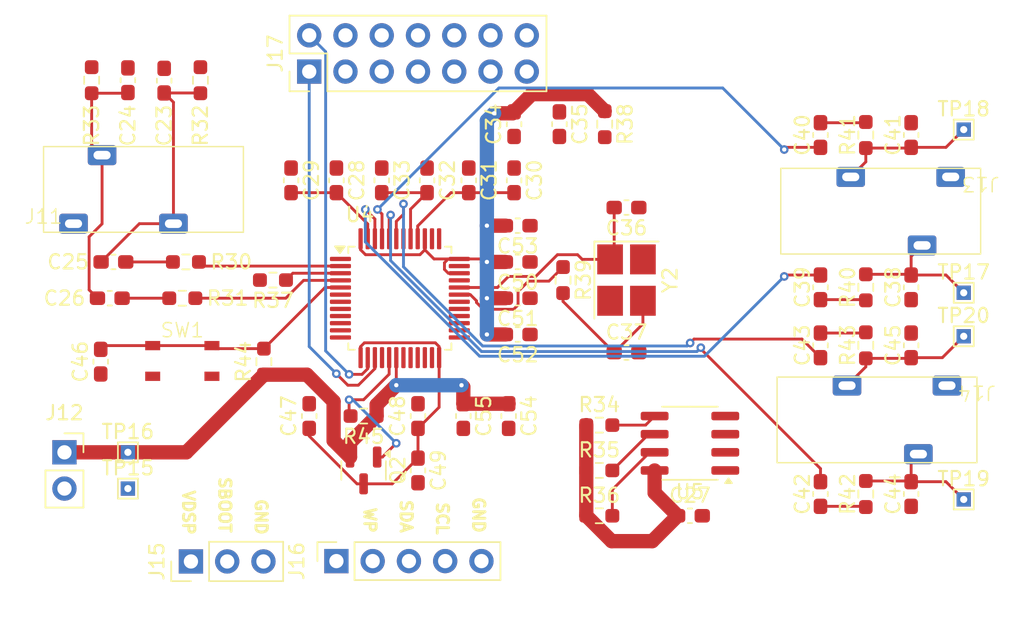
<source format=kicad_pcb>
(kicad_pcb (version 20241229) (generator "pcbnew") (generator_version "9.0")
  (layers (0 "F.Cu" signal) (2 "B.Cu" signal) (13 "F.Paste" user) (15 "B.Paste" user) (5 "F.SilkS" user "F.Silkscreen") (7 "B.SilkS" user "B.Silkscreen") (1 "F.Mask" user) (3 "B.Mask" user) (25 "Edge.Cuts" user))
  (net 0 "")
  (net 1 "GND")
  (net 2 "/DSP_IN_LEFT")
  (net 3 "/DSP_IN_RIGHT")
  (net 4 "/FILTA")
  (net 5 "/CM")
  (net 6 "/FILTD")
  (net 7 "/PLL_LF")
  (net 8 "+3.3V")
  (net 9 "/MCLKI")
  (net 10 "/OUT1_RIGHT")
  (net 11 "/VOUT0")
  (net 12 "/VOUT1")
  (net 13 "/OUT1_LEFT")
  (net 14 "/VOUT2")
  (net 15 "/VOUT3")
  (net 16 "/OUT2_RIGHT")
  (net 17 "/OUT2_LEFT")
  (net 18 "/DSP_RST")
  (net 19 "/DVDD")
  (net 20 "/SBOOT")
  (net 21 "/DSP_WP")
  (net 22 "/DSP_SCL")
  (net 23 "/DSP_SDA")
  (net 24 "/MP10")
  (net 25 "/MP11")
  (net 26 "/MP3")
  (net 27 "/MP9")
  (net 28 "/MP4")
  (net 29 "/MP5")
  (net 30 "/MP6")
  (net 31 "/MP0")
  (net 32 "/MP8")
  (net 33 "/MP1")
  (net 34 "/MP7")
  (net 35 "/MP2")
  (net 36 "/VDRIVE")
  (net 37 "/ADC0")
  (net 38 "/ADC1")
  (net 39 "/ADC_RES")
  (net 40 "/OSCO")
  (net 41 "Net-(C25-Pad1)")
  (net 42 "Net-(C26-Pad1)")
  (net 43 "V_DSP")
  (net 44 "Net-(C35-Pad1)")
  (net 45 "Net-(C37-Pad1)")
  (net 46 "Net-(C39-Pad1)")
  (net 47 "Net-(C40-Pad1)")
  (net 48 "Net-(C42-Pad1)")
  (net 49 "Net-(C43-Pad1)")
  (footprint "Resistor_SMD:R_0603_1608Metric_Pad0.98x0.95mm_HandSolder" (layer "F.Cu") (at 205.359 94.742 -90)
    (property "Reference" "R43")
    (property "Value" "560R")
  )
  (footprint "Resistor_SMD:R_0603_1608Metric_Pad0.98x0.95mm_HandSolder" (layer "F.Cu") (at 184.15 90.17 -90)
    (property "Reference" "R39")
    (property "Value" "100R")
  )
  (footprint "Capacitor_SMD:C_0603_1608Metric_Pad1.08x0.95mm_HandSolder" (layer "F.Cu") (at 180.34 99.695 -90)
    (property "Reference" "C54")
    (property "Value" "10uF")
  )
  (footprint "Capacitor_SMD:C_0603_1608Metric_Pad1.08x0.95mm_HandSolder" (layer "F.Cu") (at 188.595 95.25)
    (property "Reference" "C37")
    (property "Value" "22pF")
  )
  (footprint "Capacitor_SMD:C_0603_1608Metric_Pad1.08x0.95mm_HandSolder" (layer "F.Cu") (at 180.975 88.9 180)
    (property "Reference" "C50")
    (property "Value" "100nF")
  )
  (footprint "Resistor_SMD:R_0603_1608Metric_Pad0.98x0.95mm_HandSolder" (layer "F.Cu") (at 158.75 76.17 90)
    (property "Reference" "R32")
    (property "Value" "49.9k")
  )
  (footprint "Capacitor_SMD:C_0603_1608Metric_Pad1.08x0.95mm_HandSolder" (layer "F.Cu") (at 168.275 83.185 -90)
    (property "Reference" "C28")
    (property "Value" "100nF")
  )
  (footprint "TestPoint:TestPoint_THTPad_1.0x1.0mm_Drill0.5mm" (layer "F.Cu") (at 212.217 79.629)
    (property "Reference" "TP18")
    (property "Value" "O1_L")
  )
  (footprint "Resistor_SMD:R_0603_1608Metric_Pad0.98x0.95mm_HandSolder" (layer "F.Cu") (at 186.69 106.68)
    (property "Reference" "R36")
    (property "Value" "10k")
  )
  (footprint "Capacitor_SMD:C_0603_1608Metric_Pad1.08x0.95mm_HandSolder" (layer "F.Cu") (at 180.721 79.248 90)
    (property "Reference" "C34")
    (property "Value" "3.3nF")
  )
  (footprint "Resistor_SMD:R_0603_1608Metric_Pad0.98x0.95mm_HandSolder" (layer "F.Cu") (at 157.48 91.44 180)
    (property "Reference" "R31")
    (property "Value" "18K")
  )
  (footprint "Resistor_SMD:R_0603_1608Metric_Pad0.98x0.95mm_HandSolder" (layer "F.Cu") (at 186.69 103.505)
    (property "Reference" "R35")
    (property "Value" "10k")
  )
  (footprint "TestPoint:TestPoint_THTPad_1.0x1.0mm_Drill0.5mm" (layer "F.Cu") (at 212.217 105.537)
    (property "Reference" "TP19")
    (property "Value" "O2_R")
  )
  (footprint "Capacitor_SMD:C_0603_1608Metric_Pad1.08x0.95mm_HandSolder" (layer "F.Cu") (at 152.4 91.44 180)
    (property "Reference" "C26")
    (property "Value" "47uF")
  )
  (footprint "Capacitor_SMD:C_0603_1608Metric_Pad1.08x0.95mm_HandSolder" (layer "F.Cu") (at 183.896 79.248 -90)
    (property "Reference" "C35")
    (property "Value" "47nF")
  )
  (footprint "Connector_PinSocket_2.54mm:PinSocket_1x02_P2.54mm_Vertical" (layer "F.Cu") (at 149.225 102.235)
    (property "Reference" "J12")
    (property "Value" "VIN")
  )
  (footprint "TestPoint:TestPoint_THTPad_1.0x1.0mm_Drill0.5mm" (layer "F.Cu") (at 153.67 102.235)
    (property "Reference" "TP16")
    (property "Value" "3.3V")
  )
  (footprint "Capacitor_SMD:C_0603_1608Metric_Pad1.08x0.95mm_HandSolder" (layer "F.Cu") (at 180.975 91.44 180)
    (property "Reference" "C51")
    (property "Value" "100nF")
  )
  (footprint "Capacitor_SMD:C_0603_1608Metric_Pad1.08x0.95mm_HandSolder" (layer "F.Cu") (at 166.37 99.695 90)
    (property "Reference" "C47")
    (property "Value" "100nF")
  )
  (footprint "Capacitor_SMD:C_0603_1608Metric_Pad1.08x0.95mm_HandSolder" (layer "F.Cu") (at 202.184 80.01 -90)
    (property "Reference" "C40")
    (property "Value" "47uF")
  )
  (footprint "Package_QFP:LQFP-48_7x7mm_P0.5mm" (layer "F.Cu") (at 172.72 91.44)
    (property "Reference" "U4")
    (property "Value" "ADAU1701")
  )
  (footprint "TS3425BA:TS3425BA" (layer "F.Cu") (at 157.48 95.885)
    (property "Reference" "SW1")
    (property "Value" "DSP_RST")
  )
  (footprint "Resistor_SMD:R_0603_1608Metric_Pad0.98x0.95mm_HandSolder" (layer "F.Cu") (at 187.071 79.248 -90)
    (property "Reference" "R38")
    (property "Value" "470R")
  )
  (footprint "Package_TO_SOT_SMD:SOT-23" (layer "F.Cu") (at 170.18 103.505 -90)
    (property "Reference" "Q2")
    (property "Value" "BC807")
  )
  (footprint "Connector_PinSocket_2.54mm:PinSocket_1x05_P2.54mm_Vertical" (layer "F.Cu") (at 168.275 109.855 90)
    (property "Reference" "J16")
    (property "Value" "DSP_PROG")
  )
  (footprint "Capacitor_SMD:C_0603_1608Metric_Pad1.08x0.95mm_HandSolder" (layer "F.Cu") (at 208.534 80.01 90)
    (property "Reference" "C41")
    (property "Value" "5.6nF")
  )
  (footprint "Resistor_SMD:R_0603_1608Metric_Pad0.98x0.95mm_HandSolder" (layer "F.Cu") (at 186.69 100.33)
    (property "Reference" "R34")
    (property "Value" "10k")
  )
  (footprint "Capacitor_SMD:C_0603_1608Metric_Pad1.08x0.95mm_HandSolder" (layer "F.Cu") (at 173.99 99.695 90)
    (property "Reference" "C48")
    (property "Value" "100nF")
  )
  (footprint "Capacitor_SMD:C_0603_1608Metric_Pad1.08x0.95mm_HandSolder" (layer "F.Cu") (at 193.04 106.68)
    (property "Reference" "C27")
    (property "Value" "100nF")
  )
  (footprint "TestPoint:TestPoint_THTPad_1.0x1.0mm_Drill0.5mm" (layer "F.Cu") (at 153.67 104.775)
    (property "Reference" "TP15")
    (property "Value" "GND")
  )
  (footprint "Resistor_SMD:R_0603_1608Metric_Pad0.98x0.95mm_HandSolder" (layer "F.Cu") (at 170.18 99.695 180)
    (property "Reference" "R45")
    (property "Value" "1K")
  )
  (footprint "Capacitor_SMD:C_0603_1608Metric_Pad1.08x0.95mm_HandSolder" (layer "F.Cu") (at 202.184 90.678 90)
    (property "Reference" "C39")
    (property "Value" "47uF")
  )
  (footprint "XKB_PJ-3200:XKB_PJ-3200" (layer "F.Cu") (at 147.76 86.22)
    (property "Reference" "J11")
    (property "Value" "DSP IN")
  )
  (footprint "Capacitor_SMD:C_0603_1608Metric_Pad1.08x0.95mm_HandSolder" (layer "F.Cu") (at 208.534 105.156 -90)
    (property "Reference" "C44")
    (property "Value" "5.6nF")
  )
  (footprint "Capacitor_SMD:C_0603_1608Metric_Pad1.08x0.95mm_HandSolder" (layer "F.Cu") (at 202.184 94.742 -90)
    (property "Reference" "C43")
    (property "Value" "47uF")
  )
  (footprint "Capacitor_SMD:C_0603_1608Metric_Pad1.08x0.95mm_HandSolder" (layer "F.Cu") (at 153.67 76.17 -90)
    (property "Reference" "C24")
    (property "Value" "100pF")
  )
  (footprint "Connector_PinHeader_2.54mm:PinHeader_2x07_P2.54mm_Vertical" (layer "F.Cu") (at 166.37 75.565 90)
    (property "Reference" "J17")
    (property "Value" "DSP_GPIO")
  )
  (footprint "Capacitor_SMD:C_0603_1608Metric_Pad1.08x0.95mm_HandSolder" (layer "F.Cu") (at 156.21 76.2 -90)
    (property "Reference" "C23")
    (property "Value" "100pF")
  )
  (footprint "Crystal:Crystal_SMD_3225-4Pin_3.2x2.5mm_HandSoldering" (layer "F.Cu") (at 188.595 90.17 -90)
    (property "Reference" "Y2")
    (property "Value" "XTM32012288JT00351001")
  )
  (footprint "Capacitor_SMD:C_0603_1608Metric_Pad1.08x0.95mm_HandSolder" (layer "F.Cu") (at 174.625 83.185 -90)
    (property "Reference" "C32")
    (property "Value" "100nF")
  )
  (footprint "Capacitor_SMD:C_0603_1608Metric_Pad1.08x0.95mm_HandSolder" (layer "F.Cu") (at 171.45 83.185 -90)
    (property "Reference" "C33")
    (property "Value" "10uF")
  )
  (footprint "Resistor_SMD:R_0603_1608Metric_Pad0.98x0.95mm_HandSolder" (layer "F.Cu") (at 205.359 80.01 -90)
    (property "Reference" "R41")
    (property "Value" "560R")
  )
  (footprint "Package_SO:SOIC-8_3.9x4.9mm_P1.27mm" (layer "F.Cu") (at 193.04 101.6 180)
    (property "Reference" "U5")
    (property "Value" "M24C64-RMN6TP")
  )
  (footprint "Capacitor_SMD:C_0603_1608Metric_Pad1.08x0.95mm_HandSolder" (layer "F.Cu") (at 208.534 90.678 -90)
    (property "Reference" "C38")
    (property "Value" "5.6nF")
  )
  (footprint "Resistor_SMD:R_0603_1608Metric_Pad0.98x0.95mm_HandSolder" (layer "F.Cu") (at 151.13 76.17 90)
    (property "Reference" "R33")
    (property "Value" "49.9k")
  )
  (footprint "Capacitor_SMD:C_0603_1608Metric_Pad1.08x0.95mm_HandSolder" (layer "F.Cu") (at 180.721 83.185 -90)
    (property "Reference" "C30")
    (property "Value" "100nF")
  )
  (footprint "Resistor_SMD:R_0603_1608Metric_Pad0.98x0.95mm_HandSolder" (layer "F.Cu") (at 205.359 90.678 90)
    (property "Reference" "R40")
    (property "Value" "560R")
  )
  (footprint "Resistor_SMD:R_0603_1608Metric_Pad0.98x0.95mm_HandSolder" (layer "F.Cu") (at 157.734724 88.9 180)
    (property "Reference" "R30")
    (property "Value" "18K")
  )
  (footprint "Capacitor_SMD:C_0603_1608Metric_Pad1.08x0.95mm_HandSolder" (layer "F.Cu") (at 151.765 95.885 90)
    (property "Reference" "C46")
    (property "Value" "100nF")
  )
  (footprint "Capacitor_SMD:C_0603_1608Metric_Pad1.08x0.95mm_HandSolder" (layer "F.Cu") (at 177.546 83.185 -90)
    (property "Reference" "C31")
    (property "Value" "47uF")
  )
  (footprint "TestPoint:TestPoint_THTPad_1.0x1.0mm_Drill0.5mm" (layer "F.Cu") (at 212.217 94.107)
    (property "Reference" "TP20")
    (property "Value" "O2_L")
  )
  (footprint "TestPoint:TestPoint_THTPad_1.0x1.0mm_Drill0.5mm" (layer "F.Cu") (at 212.217 91.059)
    (property "Reference" "TP17")
    (property "Value" "O1_R")
  )
  (footprint "Capacitor_SMD:C_0603_1608Metric_Pad1.08x0.95mm_HandSolder" (layer "F.Cu") (at 180.975 93.98 180)
    (property "Reference" "C52")
    (property "Value" "100nF")
  )
  (footprint "Capacitor_SMD:C_0603_1608Metric_Pad1.08x0.95mm_HandSolder" (layer "F.Cu") (at 152.654724 88.9 180)
    (property "Reference" "C25")
    (property "Value" "47uF")
  )
  (footprint "Capacitor_SMD:C_0603_1608Metric_Pad1.08x0.95mm_HandSolder" (layer "F.Cu") (at 173.99 103.505 -90)
    (property "Reference" "C49")
    (property "Value" "100uF")
  )
  (footprint "Resistor_SMD:R_0603_1608Metric_Pad0.98x0.95mm_HandSolder" (layer "F.Cu") (at 163.83 90.17 180)
    (property "Reference" "R37")
    (property "Value" "18K")
  )
  (footprint "Capacitor_SMD:C_0603_1608Metric_Pad1.08x0.95mm_HandSolder" (layer "F.Cu") (at 208.534 94.742 90)
    (property "Reference" "C45")
    (property "Value" "5.6nF")
  )
  (footprint "XKB_PJ-3200:XKB_PJ-3200" (layer "F.Cu") (at 213.142 97.562 180)
    (property "Reference" "J14")
    (property "Value" "OUT2")
  )
  (footprint "Capacitor_SMD:C_0603_1608Metric_Pad1.08x0.95mm_HandSolder" (layer "F.Cu") (at 177.165 99.695 -90)
    (property "Reference" "C55")
    (property "Value" "100nF")
  )
  (footprint "Capacitor_SMD:C_0603_1608Metric_Pad1.08x0.95mm_HandSolder" (layer "F.Cu") (at 188.595 85.09 180)
    (property "Reference" "C36")
    (property "Value" "22pF")
  )
  (footprint "Capacitor_SMD:C_0603_1608Metric_Pad1.08x0.95mm_HandSolder" (layer "F.Cu") (at 180.975 86.36 180)
    (property "Reference" "C53")
    (property "Value" "10uF")
  )
  (footprint "Resistor_SMD:R_0603_1608Metric_Pad0.98x0.95mm_HandSolder" (layer "F.Cu") (at 163.195 95.885 90)
    (property "Reference" "R44")
    (property "Value" "10K")
  )
  (footprint "XKB_PJ-3200:XKB_PJ-3200" (layer "F.Cu") (at 213.402 82.944 180)
    (property "Reference" "J13")
    (property "Value" "OUT1")
  )
  (footprint "Capacitor_SMD:C_0603_1608Metric_Pad1.08x0.95mm_HandSolder" (layer "F.Cu") (at 165.1 83.185 -90)
    (property "Reference" "C29")
    (property "Value" "10uF")
  )
  (footprint "Connector_PinHeader_2.54mm:PinHeader_1x03_P2.54mm_Vertical" (layer "F.Cu") (at 158.085 109.88 90)
    (property "Reference" "J15")
    (property "Value" "SELFBOOT")
  )
  (footprint "Capacitor_SMD:C_0603_1608Metric_Pad1.08x0.95mm_HandSolder" (layer "F.Cu") (at 202.184 105.156 90)
    (property "Reference" "C42")
    (property "Value" "47uF")
  )
  (footprint "Resistor_SMD:R_0603_1608Metric_Pad0.98x0.95mm_HandSolder" (layer "F.Cu") (at 205.359 105.156 90)
    (property "Reference" "R42")
    (property "Value" "560R")
  )
  (gr_text "GND" (at 162.53 108.11 270) (layer "F.SilkS") (effects (font (size 0.8 0.8) (thickness 0.2) (bold yes)) (justify right bottom)))
  (gr_text "SDA" (at 172.69 107.975 270) (layer "F.SilkS") (effects (font (size 0.8 0.8) (thickness 0.2) (bold yes)) (justify right bottom)))
  (gr_text "SBOOT" (at 159.99 107.975 270) (layer "F.SilkS") (effects (font (size 0.8 0.8) (thickness 0.2) (bold yes)) (justify right bottom)))
  (gr_text "VDSP" (at 157.45 108.11 270) (layer "F.SilkS") (effects (font (size 0.8 0.8) (thickness 0.2) (bold yes)) (justify right bottom)))
  (gr_text "GND" (at 177.77 107.975 270) (layer "F.SilkS") (effects (font (size 0.8 0.8) (thickness 0.2) (bold yes)) (justify right bottom)))
  (gr_text "SCL" (at 175.23 108.105 270) (layer "F.SilkS") (effects (font (size 0.8 0.8) (thickness 0.2) (bold yes)) (justify right bottom)))
  (gr_text "WP" (at 170.15 107.975 270) (layer "F.SilkS") (effects (font (size 0.8 0.8) (thickness 0.2) (bold yes)) (justify right bottom)))
  (segment (start 151.792224 88.9) (end 154.472224 86.22) (width 0.2) (layer "F.Cu") (net 2))
  (segment (start 156.21 77.0625) (end 156.86 77.7125) (width 0.2) (layer "F.Cu") (net 2))
  (segment (start 154.472224 86.22) (end 156.86 86.22) (width 0.2) (layer "F.Cu") (net 2))
  (segment (start 156.86 77.7125) (end 156.86 86.22) (width 0.2) (layer "F.Cu") (net 2))
  (segment (start 158.73 77.0625) (end 158.75 77.0825) (width 0.2) (layer "F.Cu") (net 2))
  (segment (start 156.21 77.0625) (end 158.73 77.0625) (width 0.2) (layer "F.Cu") (net 2))
  (segment (start 150.953724 87.134758) (end 151.86 86.228482) (width 0.2) (layer "F.Cu") (net 3))
  (segment (start 151.13 77.0825) (end 153.62 77.0825) (width 0.2) (layer "F.Cu") (net 3))
  (segment (start 153.62 77.0825) (end 153.67 77.0325) (width 0.2) (layer "F.Cu") (net 3))
  (segment (start 151.86 86.228482) (end 151.86 81.42) (width 0.2) (layer "F.Cu") (net 3))
  (segment (start 151.5375 91.44) (end 150.953724 90.856224) (width 0.2) (layer "F.Cu") (net 3))
  (segment (start 151.13 77.0825) (end 151.13 80.69) (width 0.2) (layer "F.Cu") (net 3))
  (segment (start 150.953724 90.856224) (end 150.953724 87.134758) (width 0.2) (layer "F.Cu") (net 3))
  (segment (start 151.13 80.69) (end 151.86 81.42) (width 0.2) (layer "F.Cu") (net 3))
  (segment (start 168.275 84.0475) (end 165.1 84.0475) (width 0.2) (layer "F.Cu") (net 4))
  (segment (start 170.47 86.2425) (end 168.275 84.0475) (width 0.2) (layer "F.Cu") (net 4))
  (segment (start 170.47 87.2775) (end 170.47 86.2425) (width 0.2) (layer "F.Cu") (net 4))
  (segment (start 177.546 84.0475) (end 180.721 84.0475) (width 0.2) (layer "F.Cu") (net 5))
  (segment (start 173.97 87.2775) (end 173.97 86.38) (width 0.2) (layer "F.Cu") (net 5))
  (segment (start 173.97 86.38) (end 176.3025 84.0475) (width 0.2) (layer "F.Cu") (net 5))
  (segment (start 176.3025 84.0475) (end 177.546 84.0475) (width 0.2) (layer "F.Cu") (net 5))
  (segment (start 173.47 85.2025) (end 174.625 84.0475) (width 0.2) (layer "F.Cu") (net 6))
  (segment (start 173.47 87.2775) (end 173.47 85.2025) (width 0.2) (layer "F.Cu") (net 6))
  (segment (start 171.45 84.0475) (end 174.625 84.0475) (width 0.2) (layer "F.Cu") (net 6))
  (segment (start 178.606 88.69) (end 178.816 88.9) (width 0.2) (layer "F.Cu") (net 8))
  (segment (start 166.20632 96.7975) (end 168.079 98.67018) (width 1) (layer "F.Cu") (net 8))
  (segment (start 153.67 102.235) (end 157.7575 102.235) (width 1) (layer "F.Cu") (net 8))
  (segment (start 169.23 102.5675) (end 169.23 101.5575) (width 1) (layer "F.Cu") (net 8))
  (segment (start 177.165 97.663) (end 177.038 97.536) (width 1) (layer "F.Cu") (net 8))
  (segment (start 171.0925 99.695) (end 171.0925 98.9095) (width 1) (layer "F.Cu") (net 8))
  (segment (start 149.225 102.235) (end 153.67 102.235) (width 1) (layer "F.Cu") (net 8))
  (segment (start 176.8825 89.69) (end 176.111176 89.69) (width 0.2) (layer "F.Cu") (net 8))
  (segment (start 174.126824 88.392) (end 170.313176 88.392) (width 0.2) (layer "F.Cu") (net 8))
  (segment (start 180.721 78.3855) (end 181.9595 77.147) (width 1) (layer "F.Cu") (net 8))
  (segment (start 177.165 98.8325) (end 177.165 97.663) (width 1) (layer "F.Cu") (net 8))
  (segment (start 180.6205 78.486) (end 180.721 78.3855) (width 1) (layer "F.Cu") (net 8))
  (segment (start 190.565 105.0675) (end 192.1775 106.68) (width 1) (layer "F.Cu") (net 8))
  (segment (start 168.079 98.67018) (end 168.079 101.4165) (width 1) (layer "F.Cu") (net 8))
  (segment (start 171.0925 98.9095) (end 172.47 97.532) (width 1) (layer "F.Cu") (net 8))
  (segment (start 174.47 87.2775) (end 174.47 88.048824) (width 0.2) (layer "F.Cu") (net 8))
  (segment (start 181.9595 77.147) (end 185.8825 77.147) (width 1) (layer "F.Cu") (net 8))
  (segment (start 169.97 88.048824) (end 169.97 87.2775) (width 0.2) (layer "F.Cu") (net 8))
  (segment (start 157.7575 102.235) (end 163.195 96.7975) (width 1) (layer "F.Cu") (net 8))
  (segment (start 180.1125 86.36) (end 178.816 86.36) (width 1) (layer "F.Cu") (net 8))
  (segment (start 175.844 88.957176) (end 176.111176 88.69) (width 0.2) (layer "F.Cu") (net 8))
  (segment (start 180.34 98.8325) (end 177.165 98.8325) (width 1) (layer "F.Cu") (net 8))
  (segment (start 179.324 78.486) (end 180.6205 78.486) (width 1) (layer "F.Cu") (net 8))
  (segment (start 187.5555 108.458) (end 190.3995 108.458) (width 1) (layer "F.Cu") (net 8))
  (segment (start 180.1125 88.9) (end 178.816 88.9) (width 1) (layer "F.Cu") (net 8))
  (segment (start 176.8825 88.69) (end 178.606 88.69) (width 0.2) (layer "F.Cu") (net 8))
  (segment (start 185.7775 100.33) (end 185.7775 106.68) (width 1) (layer "F.Cu") (net 8))
  (segment (start 176.111176 89.69) (end 175.844 89.422824) (width 0.2) (layer "F.Cu") (net 8))
  (segment (start 185.8825 77.147) (end 187.071 78.3355) (width 1) (layer "F.Cu") (net 8))
  (segment (start 180.1125 91.44) (end 178.816 91.44) (width 1) (layer "F.Cu") (net 8))
  (segment (start 175.844 89.422824) (end 175.844 88.957176) (width 0.2) (layer "F.Cu") (net 8))
  (segment (start 190.3995 108.458) (end 192.1775 106.68) (width 1) (layer "F.Cu") (net 8))
  (segment (start 178.816 93.98) (end 180.1125 93.98) (width 1) (layer "F.Cu") (net 8))
  (segment (start 170.313176 88.392) (end 169.97 88.048824) (width 0.2) (layer "F.Cu") (net 8))
  (segment (start 176.111176 88.69) (end 176.8825 88.69) (width 0.2) (layer "F.Cu") (net 8))
  (segment (start 168.079 101.4165) (end 169.23 102.5675) (width 1) (layer "F.Cu") (net 8))
  (segment (start 174.47 88.048824) (end 175.111176 88.69) (width 0.2) (layer "F.Cu") (net 8))
  (segment (start 172.47 95.6025) (end 172.47 97.532) (width 0.2) (layer "F.Cu") (net 8))
  (segment (start 185.7775 106.68) (end 187.5555 108.458) (width 1) (layer "F.Cu") (net 8))
  (segment (start 169.23 101.5575) (end 171.0925 99.695) (width 1) (layer "F.Cu") (net 8))
  (segment (start 163.195 96.7975) (end 166.20632 96.7975) (width 1) (layer "F.Cu") (net 8))
  (segment (start 174.47 88.048824) (end 174.126824 88.392) (width 0.2) (layer "F.Cu") (net 8))
  (segment (start 190.565 103.505) (end 190.565 105.0675) (width 1) (layer "F.Cu") (net 8))
  (segment (start 175.111176 88.69) (end 176.8825 88.69) (width 0.2) (layer "F.Cu") (net 8))
  (via (at 178.816 93.98) (size 0.6) (drill 0.3) (layers "F.Cu" "B.Cu") (net 8))
  (via (at 177.038 97.536) (size 0.6) (drill 0.3) (layers "F.Cu" "B.Cu") (net 8))
  (via (at 178.816 88.9) (size 0.6) (drill 0.3) (layers "F.Cu" "B.Cu") (net 8))
  (via (at 179.324 78.486) (size 0.6) (drill 0.3) (layers "F.Cu" "B.Cu") (net 8))
  (via (at 178.816 91.44) (size 0.6) (drill 0.3) (layers "F.Cu" "B.Cu") (net 8))
  (via (at 178.816 86.36) (size 0.6) (drill 0.3) (layers "F.Cu" "B.Cu") (net 8))
  (via (at 172.47 97.532) (size 0.6) (drill 0.3) (layers "F.Cu" "B.Cu") (net 8))
  (segment (start 178.816 78.994) (end 179.324 78.486) (width 1) (layer "B.Cu") (net 8))
  (segment (start 178.816 88.9) (end 178.816 91.44) (width 1) (layer "B.Cu") (net 8))
  (segment (start 172.474 97.536) (end 172.47 97.532) (width 1) (layer "B.Cu") (net 8))
  (segment (start 177.038 97.536) (end 172.474 97.536) (width 1) (layer "B.Cu") (net 8))
  (segment (start 178.816 91.44) (end 178.816 93.98) (width 1) (layer "B.Cu") (net 8))
  (segment (start 178.816 86.36) (end 178.816 78.994) (width 1) (layer "B.Cu") (net 8))
  (segment (start 178.816 86.36) (end 178.816 88.9) (width 1) (layer "B.Cu") (net 8))
  (segment (start 187.7325 88.4325) (end 187.445 88.72) (width 0.2) (layer "F.Cu") (net 9))
  (segment (start 176.8825 90.69) (end 179.556866 90.69) (width 0.2) (layer "F.Cu") (net 9))
  (segment (start 179.556866 90.69) (end 180.330866 89.916) (width 0.2) (layer "F.Cu") (net 9))
  (segment (start 180.330866 89.916) (end 182.235866 89.916) (width 0.2) (layer "F.Cu") (net 9))
  (segment (start 187.7325 85.09) (end 187.7325 88.4325) (width 0.2) (layer "F.Cu") (net 9))
  (segment (start 185.494 88.72) (end 187.445 88.72) (width 0.2) (layer "F.Cu") (net 9))
  (segment (start 185.166 88.392) (end 185.494 88.72) (width 0.2) (layer "F.Cu") (net 9))
  (segment (start 183.759866 88.392) (end 185.166 88.392) (width 0.2) (layer "F.Cu") (net 9))
  (segment (start 182.235866 89.916) (end 183.759866 88.392) (width 0.2) (layer "F.Cu") (net 9))
  (segment (start 208.534 88.512) (end 209.302 87.744) (width 0.2) (layer "F.Cu") (net 10))
  (segment (start 205.359 89.7655) (end 208.484 89.7655) (width 0.2) (layer "F.Cu") (net 10))
  (segment (start 208.484 89.7655) (end 208.534 89.8155) (width 0.2) (layer "F.Cu") (net 10))
  (segment (start 210.9735 89.8155) (end 212.217 91.059) (width 0.2) (layer "F.Cu") (net 10))
  (segment (start 208.534 89.8155) (end 210.9735 89.8155) (width 0.2) (layer "F.Cu") (net 10))
  (segment (start 208.534 89.8155) (end 208.534 88.512) (width 0.2) (layer "F.Cu") (net 10))
  (segment (start 199.644 89.916) (end 199.7445 89.8155) (width 0.2) (layer "F.Cu") (net 11))
  (segment (start 199.7445 89.8155) (end 202.184 89.8155) (width 0.2) (layer "F.Cu") (net 11))
  (segment (start 170.97 85.89397) (end 170.300015 85.223985) (width 0.2) (layer "F.Cu") (net 11))
  (segment (start 170.97 87.2775) (end 170.97 85.89397) (width 0.2) (layer "F.Cu") (net 11))
  (via (at 199.644 89.916) (size 0.6) (drill 0.3) (layers "F.Cu" "B.Cu") (net 11))
  (via (at 170.300015 85.223985) (size 0.6) (drill 0.3) (layers "F.Cu" "B.Cu") (net 11))
  (segment (start 170.300015 85.223985) (end 170.300015 87.496015) (width 0.2) (layer "B.Cu") (net 11))
  (segment (start 178.308 95.504) (end 194.056 95.504) (width 0.2) (layer "B.Cu") (net 11))
  (segment (start 170.300015 87.496015) (end 178.308 95.504) (width 0.2) (layer "B.Cu") (net 11))
  (segment (start 194.056 95.504) (end 199.644 89.916) (width 0.2) (layer "B.Cu") (net 11))
  (segment (start 171.47 85.54544) (end 171.148389 85.223829) (width 0.2) (layer "F.Cu") (net 12))
  (segment (start 199.644 81.026) (end 199.7975 80.8725) (width 0.2) (layer "F.Cu") (net 12))
  (segment (start 199.7975 80.8725) (end 202.184 80.8725) (width 0.2) (layer "F.Cu") (net 12))
  (segment (start 171.47 87.2775) (end 171.47 85.54544) (width 0.2) (layer "F.Cu") (net 12))
  (via (at 199.644 81.026) (size 0.6) (drill 0.3) (layers "F.Cu" "B.Cu") (net 12))
  (via (at 171.148389 85.223829) (size 0.6) (drill 0.3) (layers "F.Cu" "B.Cu") (net 12))
  (segment (start 171.148389 85.223829) (end 179.656218 76.716) (width 0.2) (layer "B.Cu") (net 12))
  (segment (start 179.656218 76.716) (end 195.334 76.716) (width 0.2) (layer "B.Cu") (net 12))
  (segment (start 195.334 76.716) (end 199.644 81.026) (width 0.2) (layer "B.Cu") (net 12))
  (segment (start 208.534 80.8725) (end 210.9735 80.8725) (width 0.2) (layer "F.Cu") (net 13))
  (segment (start 208.484 80.9225) (end 208.534 80.8725) (width 0.2) (layer "F.Cu") (net 13))
  (segment (start 205.359 80.9225) (end 205.359 81.887) (width 0.2) (layer "F.Cu") (net 13))
  (segment (start 205.359 81.887) (end 204.302 82.944) (width 0.2) (layer "F.Cu") (net 13))
  (segment (start 205.359 80.9225) (end 208.484 80.9225) (width 0.2) (layer "F.Cu") (net 13))
  (segment (start 210.9735 80.8725) (end 212.217 79.629) (width 0.2) (layer "F.Cu") (net 13))
  (segment (start 193.802 94.904) (end 193.802 94.996) (width 0.2) (layer "F.Cu") (net 14))
  (segment (start 202.184 103.378) (end 202.184 104.2935) (width 0.2) (layer "F.Cu") (net 14))
  (segment (start 171.97 85.709691) (end 172.07 85.609691) (width 0.2) (layer "F.Cu") (net 14))
  (segment (start 193.802 94.996) (end 202.184 103.378) (width 0.2) (layer "F.Cu") (net 14))
  (segment (start 171.97 87.2775) (end 171.97 85.709691) (width 0.2) (layer "F.Cu") (net 14))
  (via (at 172.07 85.609691) (size 0.6) (drill 0.3) (layers "F.Cu" "B.Cu") (net 14))
  (via (at 193.802 94.904) (size 0.6) (drill 0.3) (layers "F.Cu" "B.Cu") (net 14))
  (segment (start 172.07 88.802138) (end 178.443862 95.176) (width 0.2) (layer "B.Cu") (net 14))
  (segment (start 178.443862 95.176) (end 193.53 95.176) (width 0.2) (layer "B.Cu") (net 14))
  (segment (start 193.53 95.176) (end 193.802 94.904) (width 0.2) (layer "B.Cu") (net 14))
  (segment (start 172.07 85.609691) (end 172.07 88.802138) (width 0.2) (layer "B.Cu") (net 14))
  (segment (start 172.47 87.2775) (end 172.47 86.059634) (width 0.2) (layer "F.Cu") (net 15))
  (segment (start 202.184 95.6045) (end 200.8825 94.303) (width 0.2) (layer "F.Cu") (net 15))
  (segment (start 200.8825 94.303) (end 193.325926 94.303) (width 0.2) (layer "F.Cu") (net 15))
  (segment (start 193.325926 94.303) (end 193.052926 94.576) (width 0.2) (layer "F.Cu") (net 15))
  (segment (start 172.47 86.059634) (end 172.974 85.555634) (width 0.2) (layer "F.Cu") (net 15))
  (segment (start 172.974 85.555634) (end 172.974 84.836) (width 0.2) (layer "F.Cu") (net 15))
  (via (at 193.052926 94.576) (size 0.6) (drill 0.3) (layers "F.Cu" "B.Cu") (net 15))
  (via (at 172.974 84.836) (size 0.6) (drill 0.3) (layers "F.Cu" "B.Cu") (net 15))
  (segment (start 192.842788 94.786138) (end 193.052926 94.576) (width 0.2) (layer "B.Cu") (net 15))
  (segment (start 172.974 84.836) (end 172.974 89.242276) (width 0.2) (layer "B.Cu") (net 15))
  (segment (start 172.974 89.242276) (end 178.517862 94.786138) (width 0.2) (layer "B.Cu") (net 15))
  (segment (start 178.517862 94.786138) (end 192.842788 94.786138) (width 0.2) (layer "B.Cu") (net 15))
  (segment (start 208.534 102.87) (end 209.042 102.362) (width 0.2) (layer "F.Cu") (net 16))
  (segment (start 208.534 104.2935) (end 210.9735 104.2935) (width 0.2) (layer "F.Cu") (net 16))
  (segment (start 208.534 104.2935) (end 208.534 102.87) (width 0.2) (layer "F.Cu") (net 16))
  (segment (start 210.9735 104.2935) (end 212.217 105.537) (width 0.2) (layer "F.Cu") (net 16))
  (segment (start 205.359 104.2435) (end 208.484 104.2435) (width 0.2) (layer "F.Cu") (net 16))
  (segment (start 208.484 104.2435) (end 208.534 104.2935) (width 0.2) (layer "F.Cu") (net 16))
  (segment (start 210.7195 95.6045) (end 212.217 94.107) (width 0.2) (layer "F.Cu") (net 17))
  (segment (start 205.359 96.245) (end 204.042 97.562) (width 0.2) (layer "F.Cu") (net 17))
  (segment (start 205.359 95.6545) (end 208.484 95.6545) (width 0.2) (layer "F.Cu") (net 17))
  (segment (start 208.484 95.6545) (end 208.534 95.6045) (width 0.2) (layer "F.Cu") (net 17))
  (segment (start 205.359 95.6545) (end 205.359 96.245) (width 0.2) (layer "F.Cu") (net 17))
  (segment (start 208.534 95.6045) (end 210.7195 95.6045) (width 0.2) (layer "F.Cu") (net 17))
  (segment (start 167.4775 90.69) (end 168.5575 90.69) (width 0.2) (layer "F.Cu") (net 18))
  (segment (start 159.555 94.76) (end 155.405 94.76) (width 0.2) (layer "F.Cu") (net 18))
  (segment (start 159.7675 94.9725) (end 159.555 94.76) (width 0.2) (layer "F.Cu") (net 18))
  (segment (start 163.195 94.9725) (end 159.7675 94.9725) (width 0.2) (layer "F.Cu") (net 18))
  (segment (start 163.195 94.9725) (end 167.4775 90.69) (width 0.2) (layer "F.Cu") (net 18))
  (segment (start 152.0275 94.76) (end 151.765 95.0225) (width 0.2) (layer "F.Cu") (net 18))
  (segment (start 155.405 94.76) (end 152.0275 94.76) (width 0.2) (layer "F.Cu") (net 18))
  (segment (start 169.97 94.831176) (end 170.237176 94.564) (width 0.2) (layer "F.Cu") (net 19))
  (segment (start 175.202824 94.564) (end 175.47 94.831176) (width 0.2) (layer "F.Cu") (net 19))
  (segment (start 175.47 94.831176) (end 175.47 95.6025) (width 0.2) (layer "F.Cu") (net 19))
  (segment (start 175.47 99.0775) (end 175.47 95.6025) (width 0.2) (layer "F.Cu") (net 19))
  (segment (start 166.37 100.5575) (end 166.37 101.095) (width 0.2) (layer "F.Cu") (net 19))
  (segment (start 166.37 101.095) (end 169.7175 104.4425) (width 0.2) (layer "F.Cu") (net 19))
  (segment (start 169.97 95.6025) (end 169.97 94.831176) (width 0.2) (layer "F.Cu") (net 19))
  (segment (start 172.19 104.4425) (end 173.99 102.6425) (width 0.2) (layer "F.Cu") (net 19))
  (segment (start 173.99 100.5575) (end 175.47 99.0775) (width 0.2) (layer "F.Cu") (net 19))
  (segment (start 169.7175 104.4425) (end 170.18 104.4425) (width 0.2) (layer "F.Cu") (net 19))
  (segment (start 170.237176 94.564) (end 175.202824 94.564) (width 0.2) (layer "F.Cu") (net 19))
  (segment (start 170.18 104.4425) (end 172.19 104.4425) (width 0.2) (layer "F.Cu") (net 19))
  (segment (start 173.99 102.6425) (end 173.99 100.5575) (width 0.2) (layer "F.Cu") (net 19))
  (segment (start 190.218032 102.235) (end 190.565 102.235) (width 0.2) (layer "F.Cu") (net 21))
  (segment (start 187.6025 106.68) (end 187.6025 104.850532) (width 0.2) (layer "F.Cu") (net 21))
  (segment (start 187.6025 104.850532) (end 190.218032 102.235) (width 0.2) (layer "F.Cu") (net 21))
  (segment (start 190.1425 100.965) (end 190.565 100.965) (width 0.2) (layer "F.Cu") (net 22))
  (segment (start 187.6025 103.505) (end 190.1425 100.965) (width 0.2) (layer "F.Cu") (net 22))
  (segment (start 187.6025 100.33) (end 189.93 100.33) (width 0.2) (layer "F.Cu") (net 23))
  (segment (start 189.93 100.33) (end 190.565 99.695) (width 0.2) (layer "F.Cu") (net 23))
  (segment (start 168.270159 96.728689) (end 169.07747 97.536) (width 0.2) (layer "F.Cu") (net 30))
  (segment (start 169.07747 97.536) (end 169.807824 97.536) (width 0.2) (layer "F.Cu") (net 30))
  (segment (start 170.97 96.373824) (end 170.97 95.6025) (width 0.2) (layer "F.Cu") (net 30))
  (segment (start 169.807824 97.536) (end 170.97 96.373824) (width 0.2) (layer "F.Cu") (net 30))
  (via (at 168.270159 96.728689) (size 0.6) (drill 0.3) (layers "F.Cu" "B.Cu") (net 30))
  (segment (start 168.268746 96.728689) (end 166.37 94.829943) (width 0.2) (layer "B.Cu") (net 30))
  (segment (start 166.37 94.829943) (end 166.37 75.565) (width 0.2) (layer "B.Cu") (net 30))
  (segment (start 168.270159 96.728689) (end 168.268746 96.728689) (width 0.2) (layer "B.Cu") (net 30))
  (segment (start 170.069824 96.774) (end 169.164 96.774) (width 0.2) (layer "F.Cu") (net 34))
  (segment (start 170.47 95.6025) (end 170.47 96.373824) (width 0.2) (layer "F.Cu") (net 34))
  (segment (start 170.47 96.373824) (end 170.069824 96.774) (width 0.2) (layer "F.Cu") (net 34))
  (via (at 169.164 96.774) (size 0.6) (drill 0.3) (layers "F.Cu" "B.Cu") (net 34))
  (segment (start 167.521 74.176) (end 166.37 73.025) (width 0.2) (layer "B.Cu") (net 34))
  (segment (start 169.164 96.774) (end 167.521 95.131) (width 0.2) (layer "B.Cu") (net 34))
  (segment (start 167.521 95.131) (end 167.521 74.176) (width 0.2) (layer "B.Cu") (net 34))
  (segment (start 170.18 98.552) (end 171.97 96.762) (width 0.2) (layer "F.Cu") (net 36))
  (segment (start 171.13 102.5675) (end 171.4985 102.5675) (width 0.2) (layer "F.Cu") (net 36))
  (segment (start 169.164 98.552) (end 169.164 99.5915) (width 0.2) (layer "F.Cu") (net 36))
  (segment (start 171.97 96.762) (end 171.97 95.6025) (width 0.2) (layer "F.Cu") (net 36))
  (segment (start 169.164 98.552) (end 170.18 98.552) (width 0.2) (layer "F.Cu") (net 36))
  (segment (start 171.4985 102.5675) (end 172.466 101.6) (width 0.2) (layer "F.Cu") (net 36))
  (segment (start 169.164 99.5915) (end 169.2675 99.695) (width 0.2) (layer "F.Cu") (net 36))
  (via (at 172.466 101.6) (size 0.6) (drill 0.3) (layers "F.Cu" "B.Cu") (net 36))
  (via (at 169.164 98.552) (size 0.6) (drill 0.3) (layers "F.Cu" "B.Cu") (net 36))
  (segment (start 169.418 98.552) (end 169.164 98.552) (width 0.2) (layer "B.Cu") (net 36))
  (segment (start 172.466 101.6) (end 169.418 98.552) (width 0.2) (layer "B.Cu") (net 36))
  (segment (start 158.937224 89.19) (end 158.647224 88.9) (width 0.2) (layer "F.Cu") (net 37))
  (segment (start 168.5575 89.19) (end 158.937224 89.19) (width 0.2) (layer "F.Cu") (net 37))
  (segment (start 165.978134 90.19) (end 164.728134 91.44) (width 0.2) (layer "F.Cu") (net 38))
  (segment (start 168.5575 90.19) (end 165.978134 90.19) (width 0.2) (layer "F.Cu") (net 38))
  (segment (start 164.728134 91.44) (end 158.3925 91.44) (width 0.2) (layer "F.Cu") (net 38))
  (segment (start 168.5575 89.69) (end 165.2225 89.69) (width 0.2) (layer "F.Cu") (net 39))
  (segment (start 165.2225 89.69) (end 164.7425 90.17) (width 0.2) (layer "F.Cu") (net 39))
  (segment (start 180.999 90.972866) (end 181.727866 90.244) (width 0.2) (layer "F.Cu") (net 40))
  (segment (start 178.562453 92.216) (end 180.690134 92.216) (width 0.2) (layer "F.Cu") (net 40))
  (segment (start 180.690134 92.216) (end 180.999 91.907134) (width 0.2) (layer "F.Cu") (net 40))
  (segment (start 178.088 91.624176) (end 178.088 91.741547) (width 0.2) (layer "F.Cu") (net 40))
  (segment (start 178.088 91.741547) (end 178.562453 92.216) (width 0.2) (layer "F.Cu") (net 40))
  (segment (start 176.8825 91.19) (end 177.653824 91.19) (width 0.2) (layer "F.Cu") (net 40))
  (segment (start 180.999 91.907134) (end 180.999 90.972866) (width 0.2) (layer "F.Cu") (net 40))
  (segment (start 181.727866 90.244) (end 183.1635 90.244) (width 0.2) (layer "F.Cu") (net 40))
  (segment (start 183.1635 90.244) (end 184.15 89.2575) (width 0.2) (layer "F.Cu") (net 40))
  (segment (start 177.653824 91.19) (end 178.088 91.624176) (width 0.2) (layer "F.Cu") (net 40))
  (segment (start 156.822224 88.9) (end 153.517224 88.9) (width 0.2) (layer "F.Cu") (net 41))
  (segment (start 156.5675 91.44) (end 153.2625 91.44) (width 0.2) (layer "F.Cu") (net 42))
  (segment (start 184.15 91.0825) (end 184.15 91.6675) (width 0.2) (layer "F.Cu") (net 45))
  (segment (start 189.745 91.62) (end 189.745 93.2375) (width 0.2) (layer "F.Cu") (net 45))
  (segment (start 184.15 91.6675) (end 187.7325 95.25) (width 0.2) (layer "F.Cu") (net 45))
  (segment (start 189.745 93.2375) (end 187.7325 95.25) (width 0.2) (layer "F.Cu") (net 45))
  (segment (start 205.309 91.5405) (end 205.359 91.5905) (width 0.2) (layer "F.Cu") (net 46))
  (segment (start 202.184 91.5405) (end 205.309 91.5405) (width 0.2) (layer "F.Cu") (net 46))
  (segment (start 205.309 79.1475) (end 205.359 79.0975) (width 0.2) (layer "F.Cu") (net 47))
  (segment (start 202.184 79.1475) (end 205.309 79.1475) (width 0.2) (layer "F.Cu") (net 47))
  (segment (start 205.309 106.0185) (end 205.359 106.0685) (width 0.2) (layer "F.Cu") (net 48))
  (segment (start 202.184 106.0185) (end 205.309 106.0185) (width 0.2) (layer "F.Cu") (net 48))
  (segment (start 202.184 93.8795) (end 205.309 93.8795) (width 0.2) (layer "F.Cu") (net 49))
  (segment (start 205.309 93.8795) (end 205.359 93.8295) (width 0.2) (layer "F.Cu") (net 49))
)
</source>
